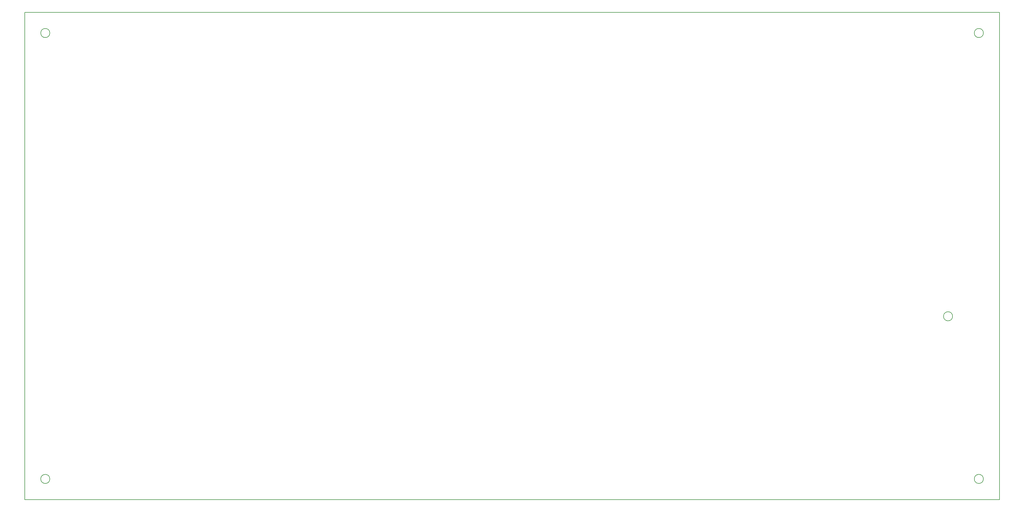
<source format=gm1>
%TF.GenerationSoftware,KiCad,Pcbnew,7.0.5*%
%TF.CreationDate,2024-10-12T11:19:12-04:00*%
%TF.ProjectId,selftest_bd,73656c66-7465-4737-945f-62642e6b6963,2.1*%
%TF.SameCoordinates,Original*%
%TF.FileFunction,Profile,NP*%
%FSLAX46Y46*%
G04 Gerber Fmt 4.6, Leading zero omitted, Abs format (unit mm)*
G04 Created by KiCad (PCBNEW 7.0.5) date 2024-10-12 11:19:12*
%MOMM*%
%LPD*%
G01*
G04 APERTURE LIST*
%TA.AperFunction,Profile*%
%ADD10C,0.160000*%
%TD*%
G04 APERTURE END LIST*
D10*
X285570000Y-93570000D02*
G75*
G03*
X285570000Y-93570000I-1400000J0D01*
G01*
X7750000Y-143650000D02*
G75*
G03*
X7750000Y-143650000I-1400000J0D01*
G01*
X295050000Y-143650000D02*
G75*
G03*
X295050000Y-143650000I-1400000J0D01*
G01*
X7750000Y-6350000D02*
G75*
G03*
X7750000Y-6350000I-1400000J0D01*
G01*
X295050000Y-6350000D02*
G75*
G03*
X295050000Y-6350000I-1400000J0D01*
G01*
X0Y0D02*
X300000000Y0D01*
X300000000Y-150000000D01*
X0Y-150000000D01*
X0Y0D01*
M02*

</source>
